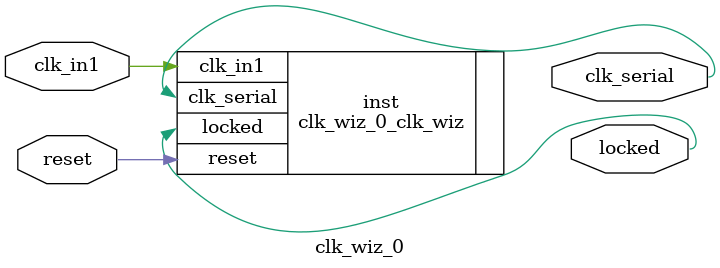
<source format=v>


`timescale 1ps/1ps

(* CORE_GENERATION_INFO = "clk_wiz_0,clk_wiz_v5_3_3_0,{component_name=clk_wiz_0,use_phase_alignment=true,use_min_o_jitter=false,use_max_i_jitter=false,use_dyn_phase_shift=false,use_inclk_switchover=false,use_dyn_reconfig=false,enable_axi=0,feedback_source=FDBK_AUTO,PRIMITIVE=MMCM,num_out_clk=1,clkin1_period=10.0,clkin2_period=10.0,use_power_down=false,use_reset=true,use_locked=true,use_inclk_stopped=false,feedback_type=SINGLE,CLOCK_MGR_TYPE=NA,manual_override=false}" *)

module clk_wiz_0 
 (
  // Clock out ports
  output        clk_serial,
  // Status and control signals
  input         reset,
  output        locked,
 // Clock in ports
  input         clk_in1
 );

  clk_wiz_0_clk_wiz inst
  (
  // Clock out ports  
  .clk_serial(clk_serial),
  // Status and control signals               
  .reset(reset), 
  .locked(locked),
 // Clock in ports
  .clk_in1(clk_in1)
  );

endmodule

</source>
